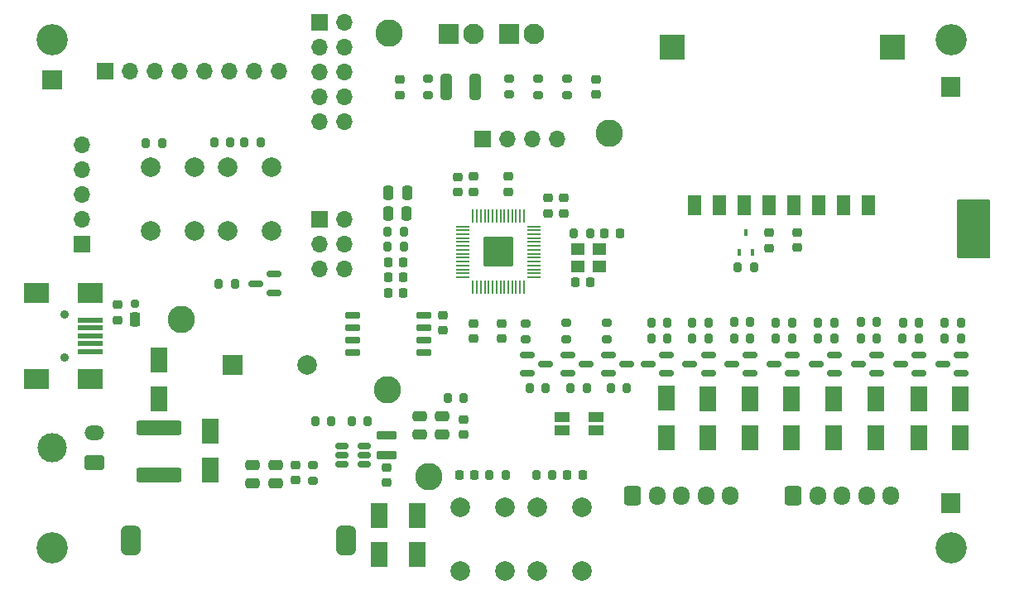
<source format=gts>
%TF.GenerationSoftware,KiCad,Pcbnew,(6.0.4)*%
%TF.CreationDate,2022-04-13T22:44:02+02:00*%
%TF.ProjectId,PPSE_2021,50505345-5f32-4303-9231-2e6b69636164,rev?*%
%TF.SameCoordinates,Original*%
%TF.FileFunction,Soldermask,Top*%
%TF.FilePolarity,Negative*%
%FSLAX46Y46*%
G04 Gerber Fmt 4.6, Leading zero omitted, Abs format (unit mm)*
G04 Created by KiCad (PCBNEW (6.0.4)) date 2022-04-13 22:44:02*
%MOMM*%
%LPD*%
G01*
G04 APERTURE LIST*
G04 Aperture macros list*
%AMRoundRect*
0 Rectangle with rounded corners*
0 $1 Rounding radius*
0 $2 $3 $4 $5 $6 $7 $8 $9 X,Y pos of 4 corners*
0 Add a 4 corners polygon primitive as box body*
4,1,4,$2,$3,$4,$5,$6,$7,$8,$9,$2,$3,0*
0 Add four circle primitives for the rounded corners*
1,1,$1+$1,$2,$3*
1,1,$1+$1,$4,$5*
1,1,$1+$1,$6,$7*
1,1,$1+$1,$8,$9*
0 Add four rect primitives between the rounded corners*
20,1,$1+$1,$2,$3,$4,$5,0*
20,1,$1+$1,$4,$5,$6,$7,0*
20,1,$1+$1,$6,$7,$8,$9,0*
20,1,$1+$1,$8,$9,$2,$3,0*%
G04 Aperture macros list end*
%ADD10R,0.500000X0.500000*%
%ADD11RoundRect,0.250000X0.250000X0.475000X-0.250000X0.475000X-0.250000X-0.475000X0.250000X-0.475000X0*%
%ADD12R,1.800000X2.500000*%
%ADD13RoundRect,0.225000X0.225000X0.250000X-0.225000X0.250000X-0.225000X-0.250000X0.225000X-0.250000X0*%
%ADD14RoundRect,0.150000X0.587500X0.150000X-0.587500X0.150000X-0.587500X-0.150000X0.587500X-0.150000X0*%
%ADD15RoundRect,0.250000X-0.600000X-0.725000X0.600000X-0.725000X0.600000X0.725000X-0.600000X0.725000X0*%
%ADD16O,1.700000X1.950000*%
%ADD17R,1.700000X1.700000*%
%ADD18O,1.700000X1.700000*%
%ADD19RoundRect,0.200000X-0.200000X-0.275000X0.200000X-0.275000X0.200000X0.275000X-0.200000X0.275000X0*%
%ADD20RoundRect,0.200000X0.200000X0.275000X-0.200000X0.275000X-0.200000X-0.275000X0.200000X-0.275000X0*%
%ADD21C,3.200000*%
%ADD22RoundRect,0.200000X-0.275000X0.200000X-0.275000X-0.200000X0.275000X-0.200000X0.275000X0.200000X0*%
%ADD23C,2.000000*%
%ADD24R,2.000000X2.000000*%
%ADD25RoundRect,0.250000X0.475000X-0.250000X0.475000X0.250000X-0.475000X0.250000X-0.475000X-0.250000X0*%
%ADD26RoundRect,0.218750X0.256250X-0.218750X0.256250X0.218750X-0.256250X0.218750X-0.256250X-0.218750X0*%
%ADD27RoundRect,0.225000X-0.250000X0.225000X-0.250000X-0.225000X0.250000X-0.225000X0.250000X0.225000X0*%
%ADD28RoundRect,0.225000X-2.075000X0.525000X-2.075000X-0.525000X2.075000X-0.525000X2.075000X0.525000X0*%
%ADD29R,2.100000X2.100000*%
%ADD30C,2.100000*%
%ADD31RoundRect,0.150000X0.512500X0.150000X-0.512500X0.150000X-0.512500X-0.150000X0.512500X-0.150000X0*%
%ADD32R,1.400000X1.200000*%
%ADD33C,2.800000*%
%ADD34RoundRect,0.275000X-0.275000X-0.450000X0.275000X-0.450000X0.275000X0.450000X-0.275000X0.450000X0*%
%ADD35RoundRect,0.200000X-0.200000X-0.200000X0.200000X-0.200000X0.200000X0.200000X-0.200000X0.200000X0*%
%ADD36C,0.900000*%
%ADD37R,2.500000X0.500000*%
%ADD38R,2.500000X2.000000*%
%ADD39R,1.500000X1.000000*%
%ADD40RoundRect,0.218750X-0.256250X0.218750X-0.256250X-0.218750X0.256250X-0.218750X0.256250X0.218750X0*%
%ADD41RoundRect,0.150000X-0.587500X-0.150000X0.587500X-0.150000X0.587500X0.150000X-0.587500X0.150000X0*%
%ADD42C,3.000000*%
%ADD43RoundRect,0.250001X0.759999X-0.499999X0.759999X0.499999X-0.759999X0.499999X-0.759999X-0.499999X0*%
%ADD44O,2.020000X1.500000*%
%ADD45RoundRect,0.120000X0.880000X-0.280000X0.880000X0.280000X-0.880000X0.280000X-0.880000X-0.280000X0*%
%ADD46RoundRect,0.225000X-0.225000X-0.250000X0.225000X-0.250000X0.225000X0.250000X-0.225000X0.250000X0*%
%ADD47RoundRect,0.250000X-0.475000X0.250000X-0.475000X-0.250000X0.475000X-0.250000X0.475000X0.250000X0*%
%ADD48RoundRect,0.225000X0.250000X-0.225000X0.250000X0.225000X-0.250000X0.225000X-0.250000X-0.225000X0*%
%ADD49RoundRect,0.200000X0.275000X-0.200000X0.275000X0.200000X-0.275000X0.200000X-0.275000X-0.200000X0*%
%ADD50RoundRect,0.050000X0.050000X-0.587500X0.050000X0.587500X-0.050000X0.587500X-0.050000X-0.587500X0*%
%ADD51RoundRect,0.050000X0.587500X0.050000X-0.587500X0.050000X-0.587500X-0.050000X0.587500X-0.050000X0*%
%ADD52RoundRect,0.050000X-0.050000X0.587500X-0.050000X-0.587500X0.050000X-0.587500X0.050000X0.587500X0*%
%ADD53RoundRect,0.050000X-0.587500X-0.050000X0.587500X-0.050000X0.587500X0.050000X-0.587500X0.050000X0*%
%ADD54RoundRect,0.155000X1.395000X-1.395000X1.395000X1.395000X-1.395000X1.395000X-1.395000X-1.395000X0*%
%ADD55RoundRect,0.150000X-0.650000X-0.150000X0.650000X-0.150000X0.650000X0.150000X-0.650000X0.150000X0*%
%ADD56RoundRect,0.500000X-0.500000X-1.000000X0.500000X-1.000000X0.500000X1.000000X-0.500000X1.000000X0*%
%ADD57R,1.400000X2.000000*%
%ADD58R,2.500000X2.500000*%
%ADD59R,0.450000X0.700000*%
%ADD60RoundRect,0.250000X-0.312500X-1.075000X0.312500X-1.075000X0.312500X1.075000X-0.312500X1.075000X0*%
G04 APERTURE END LIST*
%TO.C,FID1*%
G36*
X90550000Y-82050000D02*
G01*
X92550000Y-82050000D01*
X92550000Y-84050000D01*
X90550000Y-84050000D01*
X90550000Y-82050000D01*
G37*
%TO.C,FID2*%
G36*
X182450000Y-82750000D02*
G01*
X184450000Y-82750000D01*
X184450000Y-84750000D01*
X182450000Y-84750000D01*
X182450000Y-82750000D01*
G37*
%TO.C,FID3*%
G36*
X182450000Y-125350000D02*
G01*
X184450000Y-125350000D01*
X184450000Y-127350000D01*
X182450000Y-127350000D01*
X182450000Y-125350000D01*
G37*
%TD*%
D10*
%TO.C,FID1*%
X91800000Y-82800000D03*
X91300000Y-83300000D03*
%TD*%
D11*
%TO.C,C8*%
X127849989Y-94640400D03*
X125949989Y-94640400D03*
%TD*%
D12*
%TO.C,D4*%
X107746800Y-123005600D03*
X107746800Y-119005600D03*
%TD*%
D13*
%TO.C,C12*%
X127458789Y-101689400D03*
X125908789Y-101689400D03*
%TD*%
D14*
%TO.C,Q6*%
X171553727Y-113065600D03*
X171553727Y-111165600D03*
X169678727Y-112115600D03*
%TD*%
D15*
%TO.C,J10*%
X150926800Y-125602974D03*
D16*
X153426800Y-125602974D03*
X155926800Y-125602974D03*
X158426800Y-125602974D03*
X160926800Y-125602974D03*
%TD*%
D17*
%TO.C,J5*%
X94575000Y-99875000D03*
D18*
X94575000Y-97335000D03*
X94575000Y-94795000D03*
X94575000Y-92255000D03*
X94575000Y-89715000D03*
%TD*%
D19*
%TO.C,R14*%
X108598200Y-103886000D03*
X110248200Y-103886000D03*
%TD*%
D12*
%TO.C,D10*%
X175839413Y-119662297D03*
X175839413Y-115662297D03*
%TD*%
D19*
%TO.C,R35*%
X157033671Y-107865426D03*
X158683671Y-107865426D03*
%TD*%
%TO.C,R34*%
X152829471Y-107865426D03*
X154479471Y-107865426D03*
%TD*%
D20*
%TO.C,R39*%
X158683671Y-109541826D03*
X157033671Y-109541826D03*
%TD*%
D19*
%TO.C,R27*%
X174236884Y-107814626D03*
X175886884Y-107814626D03*
%TD*%
D12*
%TO.C,D14*%
X158636200Y-119662297D03*
X158636200Y-115662297D03*
%TD*%
D21*
%TO.C,H2*%
X91530000Y-130920000D03*
%TD*%
D19*
%TO.C,R5*%
X108142000Y-89433400D03*
X109792000Y-89433400D03*
%TD*%
D22*
%TO.C,R15*%
X144119600Y-107925600D03*
X144119600Y-109575600D03*
%TD*%
D23*
%TO.C,SW3*%
X141209200Y-133298000D03*
X141209200Y-126798000D03*
X145709200Y-133298000D03*
X145709200Y-126798000D03*
%TD*%
D20*
%TO.C,R2*%
X112890800Y-89433400D03*
X111240800Y-89433400D03*
%TD*%
D22*
%TO.C,R24*%
X138317700Y-82893400D03*
X138317700Y-84543400D03*
%TD*%
%TO.C,R19*%
X148285200Y-107925600D03*
X148285200Y-109575600D03*
%TD*%
D19*
%TO.C,R16*%
X144564600Y-114604800D03*
X146214600Y-114604800D03*
%TD*%
D24*
%TO.C,BZ1*%
X110042800Y-112217200D03*
D23*
X117642800Y-112217200D03*
%TD*%
D10*
%TO.C,FID2*%
X183700000Y-83500000D03*
X183200000Y-84000000D03*
%TD*%
D12*
%TO.C,D13*%
X154381200Y-119630297D03*
X154381200Y-115630297D03*
%TD*%
D25*
%TO.C,C23*%
X131470400Y-119364800D03*
X131470400Y-117464800D03*
%TD*%
D26*
%TO.C,FB1*%
X98247200Y-107645200D03*
X98247200Y-106070200D03*
%TD*%
D27*
%TO.C,C21*%
X125780800Y-122725000D03*
X125780800Y-124275000D03*
%TD*%
D28*
%TO.C,F1*%
X102514400Y-118606400D03*
X102514400Y-123506400D03*
%TD*%
D14*
%TO.C,Q12*%
X162936371Y-113065600D03*
X162936371Y-111165600D03*
X161061371Y-112115600D03*
%TD*%
D29*
%TO.C,J11*%
X138328400Y-78333600D03*
D30*
X140868400Y-78333600D03*
%TD*%
D11*
%TO.C,C9*%
X127837789Y-96723200D03*
X125937789Y-96723200D03*
%TD*%
D27*
%TO.C,C5*%
X131528000Y-107098800D03*
X131528000Y-108648800D03*
%TD*%
D19*
%TO.C,R37*%
X165593471Y-107865426D03*
X167243471Y-107865426D03*
%TD*%
D21*
%TO.C,H4*%
X183480000Y-78920000D03*
%TD*%
D14*
%TO.C,Q13*%
X167228971Y-113065600D03*
X167228971Y-111165600D03*
X165353971Y-112115600D03*
%TD*%
%TO.C,Q10*%
X154414171Y-113065600D03*
X154414171Y-111165600D03*
X152539171Y-112115600D03*
%TD*%
D31*
%TO.C,U3*%
X123463900Y-122412800D03*
X123463900Y-121462800D03*
X123463900Y-120512800D03*
X121188900Y-120512800D03*
X121188900Y-121462800D03*
X121188900Y-122412800D03*
%TD*%
D12*
%TO.C,D1*%
X102463600Y-115722400D03*
X102463600Y-111722400D03*
%TD*%
D27*
%TO.C,C24*%
X164896800Y-98691400D03*
X164896800Y-100241400D03*
%TD*%
D32*
%TO.C,Y1*%
X145293400Y-102094400D03*
X147493400Y-102094400D03*
X147493400Y-100394400D03*
X145293400Y-100394400D03*
%TD*%
D12*
%TO.C,D11*%
X180166999Y-119662297D03*
X180166999Y-115662297D03*
%TD*%
D17*
%TO.C,J7*%
X135559800Y-89128600D03*
D18*
X138099800Y-89128600D03*
X140639800Y-89128600D03*
X143179800Y-89128600D03*
%TD*%
D13*
%TO.C,C16*%
X127446589Y-103276400D03*
X125896589Y-103276400D03*
%TD*%
D33*
%TO.C,TP1*%
X130048000Y-123647200D03*
%TD*%
D17*
%TO.C,J1*%
X118867000Y-97325000D03*
D18*
X121407000Y-97325000D03*
X118867000Y-99865000D03*
X121407000Y-99865000D03*
X118867000Y-102405000D03*
X121407000Y-102405000D03*
%TD*%
D34*
%TO.C,D5*%
X100025200Y-107533200D03*
D35*
X100025200Y-105913200D03*
%TD*%
D36*
%TO.C,J3*%
X92871400Y-111420000D03*
X92871400Y-107020000D03*
D37*
X95471400Y-107620000D03*
X95471400Y-108420000D03*
X95471400Y-109220000D03*
X95471400Y-110020000D03*
X95471400Y-110820000D03*
D38*
X89971400Y-113620000D03*
X95471400Y-104820000D03*
X95471400Y-113620000D03*
X89971400Y-104820000D03*
%TD*%
D21*
%TO.C,H3*%
X183520000Y-130930000D03*
%TD*%
D20*
%TO.C,R30*%
X171556027Y-109541826D03*
X169906027Y-109541826D03*
%TD*%
D27*
%TO.C,C15*%
X137500000Y-107975000D03*
X137500000Y-109525000D03*
%TD*%
D39*
%TO.C,D7*%
X143677500Y-117511600D03*
X143677500Y-118911600D03*
X147177500Y-118911600D03*
X147177500Y-117511600D03*
%TD*%
D12*
%TO.C,D16*%
X167196000Y-119662297D03*
X167196000Y-115662297D03*
%TD*%
D40*
%TO.C,D6*%
X133654800Y-117779700D03*
X133654800Y-119354700D03*
%TD*%
D19*
%TO.C,R3*%
X141059400Y-123444000D03*
X142709400Y-123444000D03*
%TD*%
D41*
%TO.C,Q5*%
X148427700Y-111165600D03*
X148427700Y-113065600D03*
X150302700Y-112115600D03*
%TD*%
D42*
%TO.C,J4*%
X91598000Y-120694556D03*
D43*
X95918000Y-122194556D03*
D44*
X95918000Y-119194556D03*
%TD*%
D23*
%TO.C,SW4*%
X133335200Y-133298000D03*
X133335200Y-126798000D03*
X137835200Y-126798000D03*
X137835200Y-133298000D03*
%TD*%
D45*
%TO.C,L1*%
X125780800Y-121446800D03*
X125780800Y-119446800D03*
%TD*%
D12*
%TO.C,D2*%
X125018800Y-131641600D03*
X125018800Y-127641600D03*
%TD*%
D33*
%TO.C,TP3*%
X125831600Y-114757200D03*
%TD*%
D46*
%TO.C,C1*%
X145059600Y-103784400D03*
X146609600Y-103784400D03*
%TD*%
D47*
%TO.C,C18*%
X112014000Y-122443200D03*
X112014000Y-124343200D03*
%TD*%
D33*
%TO.C,TP5*%
X148539200Y-88493600D03*
%TD*%
D12*
%TO.C,D15*%
X162903400Y-119662297D03*
X162903400Y-115662297D03*
%TD*%
D19*
%TO.C,R29*%
X182867800Y-107865426D03*
X184517800Y-107865426D03*
%TD*%
D20*
%TO.C,R7*%
X127509589Y-100114600D03*
X125859589Y-100114600D03*
%TD*%
D14*
%TO.C,Q8*%
X180199970Y-113065600D03*
X180199970Y-111165600D03*
X178324970Y-112115600D03*
%TD*%
D20*
%TO.C,R11*%
X120103400Y-118000000D03*
X118453400Y-118000000D03*
%TD*%
D12*
%TO.C,D9*%
X171520756Y-119662297D03*
X171520756Y-115662297D03*
%TD*%
D48*
%TO.C,C10*%
X134620000Y-94488000D03*
X134620000Y-92938000D03*
%TD*%
D19*
%TO.C,R18*%
X140399000Y-114604800D03*
X142049000Y-114604800D03*
%TD*%
D14*
%TO.C,Q11*%
X158669171Y-113065600D03*
X158669171Y-111165600D03*
X156794171Y-112115600D03*
%TD*%
D19*
%TO.C,R28*%
X178564470Y-107865426D03*
X180214470Y-107865426D03*
%TD*%
D48*
%TO.C,C14*%
X133045200Y-94501000D03*
X133045200Y-92951000D03*
%TD*%
D19*
%TO.C,R36*%
X161300871Y-107814626D03*
X162950871Y-107814626D03*
%TD*%
D27*
%TO.C,C25*%
X167741600Y-98678400D03*
X167741600Y-100228400D03*
%TD*%
D14*
%TO.C,Q9*%
X184503300Y-113065600D03*
X184503300Y-111165600D03*
X182628300Y-112115600D03*
%TD*%
D19*
%TO.C,R13*%
X161684200Y-102260400D03*
X163334200Y-102260400D03*
%TD*%
D49*
%TO.C,R23*%
X144261300Y-84594200D03*
X144261300Y-82944200D03*
%TD*%
D48*
%TO.C,C7*%
X142290800Y-96685400D03*
X142290800Y-95135400D03*
%TD*%
D41*
%TO.C,Q3*%
X144299700Y-111165600D03*
X144299700Y-113065600D03*
X146174700Y-112115600D03*
%TD*%
D14*
%TO.C,Q7*%
X175872384Y-113065600D03*
X175872384Y-111165600D03*
X173997384Y-112115600D03*
%TD*%
D19*
%TO.C,R20*%
X148679400Y-114604800D03*
X150329400Y-114604800D03*
%TD*%
D47*
%TO.C,C19*%
X114401600Y-122443200D03*
X114401600Y-124343200D03*
%TD*%
D50*
%TO.C,U2*%
X134610800Y-104272300D03*
X135010800Y-104272300D03*
X135410800Y-104272300D03*
X135810800Y-104272300D03*
X136210800Y-104272300D03*
X136610800Y-104272300D03*
X137010800Y-104272300D03*
X137410800Y-104272300D03*
X137810800Y-104272300D03*
X138210800Y-104272300D03*
X138610800Y-104272300D03*
X139010800Y-104272300D03*
X139410800Y-104272300D03*
X139810800Y-104272300D03*
D51*
X140848300Y-103234800D03*
X140848300Y-102834800D03*
X140848300Y-102434800D03*
X140848300Y-102034800D03*
X140848300Y-101634800D03*
X140848300Y-101234800D03*
X140848300Y-100834800D03*
X140848300Y-100434800D03*
X140848300Y-100034800D03*
X140848300Y-99634800D03*
X140848300Y-99234800D03*
X140848300Y-98834800D03*
X140848300Y-98434800D03*
X140848300Y-98034800D03*
D52*
X139810800Y-96997300D03*
X139410800Y-96997300D03*
X139010800Y-96997300D03*
X138610800Y-96997300D03*
X138210800Y-96997300D03*
X137810800Y-96997300D03*
X137410800Y-96997300D03*
X137010800Y-96997300D03*
X136610800Y-96997300D03*
X136210800Y-96997300D03*
X135810800Y-96997300D03*
X135410800Y-96997300D03*
X135010800Y-96997300D03*
X134610800Y-96997300D03*
D53*
X133573300Y-98034800D03*
X133573300Y-98434800D03*
X133573300Y-98834800D03*
X133573300Y-99234800D03*
X133573300Y-99634800D03*
X133573300Y-100034800D03*
X133573300Y-100434800D03*
X133573300Y-100834800D03*
X133573300Y-101234800D03*
X133573300Y-101634800D03*
X133573300Y-102034800D03*
X133573300Y-102434800D03*
X133573300Y-102834800D03*
X133573300Y-103234800D03*
D54*
X137210800Y-100634800D03*
%TD*%
D10*
%TO.C,FID3*%
X183700000Y-126100000D03*
X183200000Y-126600000D03*
%TD*%
D22*
%TO.C,R9*%
X118262400Y-122415800D03*
X118262400Y-124065800D03*
%TD*%
D27*
%TO.C,C17*%
X134670800Y-107968285D03*
X134670800Y-109518285D03*
%TD*%
D20*
%TO.C,R1*%
X102806000Y-89484200D03*
X101156000Y-89484200D03*
%TD*%
D55*
%TO.C,U1*%
X122333200Y-107111800D03*
X122333200Y-108381800D03*
X122333200Y-109651800D03*
X122333200Y-110921800D03*
X129533200Y-110921800D03*
X129533200Y-109651800D03*
X129533200Y-108381800D03*
X129533200Y-107111800D03*
%TD*%
D20*
%TO.C,R4*%
X146582400Y-98755200D03*
X144932400Y-98755200D03*
%TD*%
D48*
%TO.C,C26*%
X127141700Y-84582000D03*
X127141700Y-83032000D03*
%TD*%
D46*
%TO.C,C3*%
X148056800Y-98755200D03*
X149606800Y-98755200D03*
%TD*%
D20*
%TO.C,R6*%
X137934200Y-123444000D03*
X136284200Y-123444000D03*
%TD*%
D17*
%TO.C,J2*%
X118917800Y-77165397D03*
D18*
X121457800Y-77165397D03*
X118917800Y-79705397D03*
X121457800Y-79705397D03*
X118917800Y-82245397D03*
X121457800Y-82245397D03*
X118917800Y-84785397D03*
X121457800Y-84785397D03*
X118917800Y-87325397D03*
X121457800Y-87325397D03*
%TD*%
D26*
%TO.C,D8*%
X147207700Y-84556700D03*
X147207700Y-82981700D03*
%TD*%
D20*
%TO.C,R38*%
X154467271Y-109541826D03*
X152817271Y-109541826D03*
%TD*%
D21*
%TO.C,H1*%
X91520000Y-78920000D03*
%TD*%
D33*
%TO.C,TP2*%
X104800400Y-107543600D03*
%TD*%
D29*
%TO.C,J8*%
X132080000Y-78333600D03*
D30*
X134620000Y-78333600D03*
%TD*%
D20*
%TO.C,R31*%
X175886884Y-109541826D03*
X174236884Y-109541826D03*
%TD*%
D17*
%TO.C,J6*%
X96980000Y-82150000D03*
D18*
X99520000Y-82150000D03*
X102060000Y-82150000D03*
X104600000Y-82150000D03*
X107140000Y-82150000D03*
X109680000Y-82150000D03*
X112220000Y-82150000D03*
X114760000Y-82150000D03*
%TD*%
D48*
%TO.C,C11*%
X143916400Y-96685400D03*
X143916400Y-95135400D03*
%TD*%
D13*
%TO.C,C6*%
X127446589Y-104851200D03*
X125896589Y-104851200D03*
%TD*%
D56*
%TO.C,F2*%
X99642400Y-130149600D03*
X121642400Y-130149600D03*
%TD*%
D23*
%TO.C,SW1*%
X113984600Y-91980020D03*
X113984600Y-98480020D03*
X109484600Y-98480020D03*
X109484600Y-91980020D03*
%TD*%
D14*
%TO.C,Q2*%
X114272300Y-104836000D03*
X114272300Y-102936000D03*
X112397300Y-103886000D03*
%TD*%
D33*
%TO.C,TP4*%
X125984000Y-78282800D03*
%TD*%
D27*
%TO.C,C20*%
X116484400Y-122428000D03*
X116484400Y-123978000D03*
%TD*%
D57*
%TO.C,U4*%
X157283400Y-95907600D03*
X159823400Y-95907600D03*
X162363400Y-95907600D03*
X164903400Y-95907600D03*
X167443400Y-95907600D03*
X169983400Y-95907600D03*
X172523400Y-95907600D03*
X175063400Y-95907600D03*
D58*
X155013400Y-79657600D03*
X177523400Y-79657600D03*
%TD*%
D25*
%TO.C,C22*%
X129133600Y-119364800D03*
X129133600Y-117464800D03*
%TD*%
D46*
%TO.C,C2*%
X144259000Y-123444000D03*
X145809000Y-123444000D03*
%TD*%
D20*
%TO.C,R40*%
X162950871Y-109541826D03*
X161300871Y-109541826D03*
%TD*%
D41*
%TO.C,Q4*%
X140171700Y-111165600D03*
X140171700Y-113065600D03*
X142046700Y-112115600D03*
%TD*%
D49*
%TO.C,R25*%
X141264100Y-84582000D03*
X141264100Y-82932000D03*
%TD*%
D22*
%TO.C,R22*%
X130037300Y-82944200D03*
X130037300Y-84594200D03*
%TD*%
D20*
%TO.C,R8*%
X125859589Y-98539800D03*
X127509589Y-98539800D03*
%TD*%
D15*
%TO.C,J9*%
X167364400Y-125582000D03*
D16*
X169864400Y-125582000D03*
X172364400Y-125582000D03*
X174864400Y-125582000D03*
X177364400Y-125582000D03*
%TD*%
D20*
%TO.C,R33*%
X184505600Y-109524800D03*
X182855600Y-109524800D03*
%TD*%
D22*
%TO.C,R17*%
X139954000Y-107937800D03*
X139954000Y-109587800D03*
%TD*%
D59*
%TO.C,Q1*%
X161859200Y-100669600D03*
X163159200Y-100669600D03*
X162509200Y-98669600D03*
%TD*%
D13*
%TO.C,C4*%
X134734600Y-123444000D03*
X133184600Y-123444000D03*
%TD*%
D12*
%TO.C,D12*%
X184470329Y-119662297D03*
X184470329Y-115662297D03*
%TD*%
D20*
%TO.C,R41*%
X167243471Y-109541826D03*
X165593471Y-109541826D03*
%TD*%
D48*
%TO.C,C13*%
X138226800Y-94488000D03*
X138226800Y-92938000D03*
%TD*%
D20*
%TO.C,R12*%
X133654800Y-115620800D03*
X132004800Y-115620800D03*
%TD*%
D60*
%TO.C,R21*%
X131876800Y-83769200D03*
X134801800Y-83769200D03*
%TD*%
D12*
%TO.C,D3*%
X128930400Y-127641600D03*
X128930400Y-131641600D03*
%TD*%
D20*
%TO.C,R10*%
X123824000Y-118000000D03*
X122174000Y-118000000D03*
%TD*%
D19*
%TO.C,R26*%
X169918227Y-107865426D03*
X171568227Y-107865426D03*
%TD*%
D20*
%TO.C,R32*%
X180202270Y-109541826D03*
X178552270Y-109541826D03*
%TD*%
D23*
%TO.C,SW2*%
X101610600Y-98480020D03*
X101610600Y-91980020D03*
X106110600Y-91980020D03*
X106110600Y-98480020D03*
%TD*%
G36*
X187413170Y-95290002D02*
G01*
X187459663Y-95343658D01*
X187471045Y-95394947D01*
X187518938Y-101122947D01*
X187499506Y-101191232D01*
X187446241Y-101238172D01*
X187392942Y-101250000D01*
X184246000Y-101250000D01*
X184177879Y-101229998D01*
X184131386Y-101176342D01*
X184120000Y-101124000D01*
X184120000Y-95396000D01*
X184140002Y-95327879D01*
X184193658Y-95281386D01*
X184246000Y-95270000D01*
X187345049Y-95270000D01*
X187413170Y-95290002D01*
G37*
M02*

</source>
